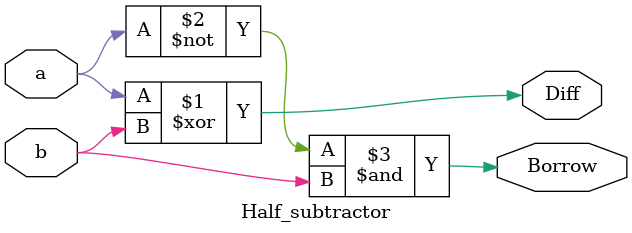
<source format=v>
`timescale 1ns / 1ps

module Half_subtractor(
input a,b,
output Diff,Borrow
    );
assign Diff= a ^ b;
assign Borrow = ~a & b;
endmodule

</source>
